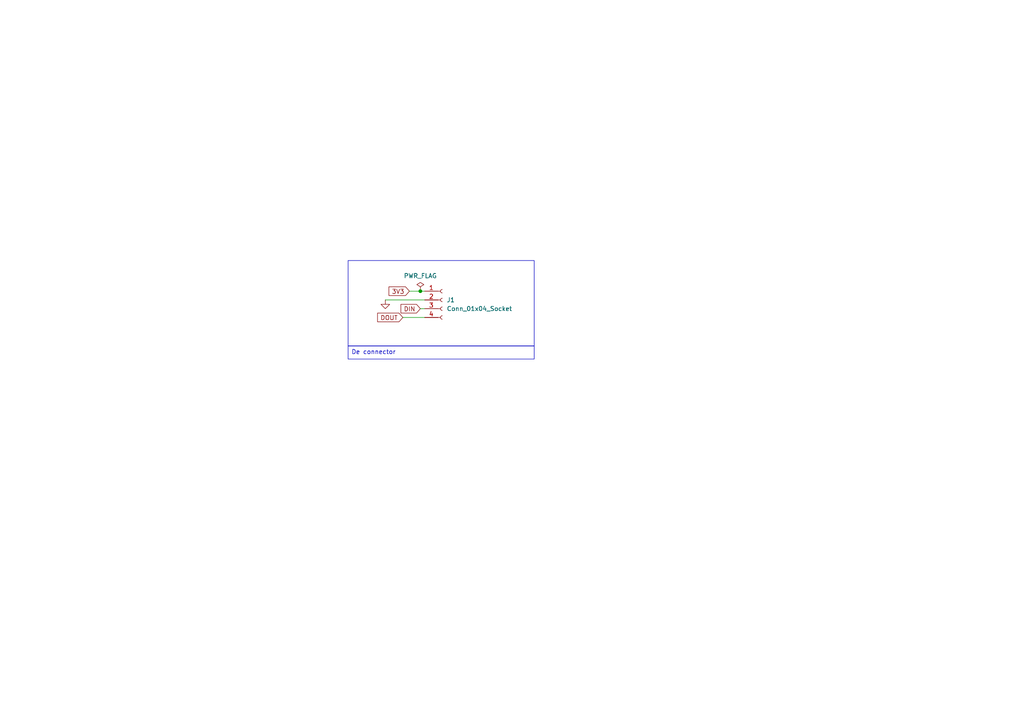
<source format=kicad_sch>
(kicad_sch (version 20230121) (generator eeschema)
  (paper "A4")
  (lib_symbols
    (symbol "Connector:Conn_01x04_Socket" (pin_names (offset 1.016) hide)
      (property "Reference" "J" (at 0 5.08 0))
      (property "Value" "Conn_01x04_Socket" (at 0 -7.62 0))
      (symbol "Conn_01x04_Socket_1_1"
        (arc (start 0 -4.572) (mid -0.5058 -5.08) (end 0 -5.588) (stroke (width 0.1524)))
        (arc (start 0 -2.032) (mid -0.5058 -2.54) (end 0 -3.048) (stroke (width 0.1524)))
        (polyline (pts (xy -1.27 -5.08) (xy -0.508 -5.08)) (stroke (width 0.1524)))
        (polyline (pts (xy -1.27 -2.54) (xy -0.508 -2.54)) (stroke (width 0.1524)))
        (polyline (pts (xy -1.27 0) (xy -0.508 0)) (stroke (width 0.1524)))
        (polyline (pts (xy -1.27 2.54) (xy -0.508 2.54)) (stroke (width 0.1524)))
        (arc (start 0 0.508) (mid -0.5058 0) (end 0 -0.508) (stroke (width 0.1524)))
        (arc (start 0 3.048) (mid -0.5058 2.54) (end 0 2.032) (stroke (width 0.1524)))
        (pin passive line (at -5.08 2.54 0) (length 3.81) (name "Pin_1") (number "1"))
        (pin passive line (at -5.08 0 0) (length 3.81) (name "Pin_2") (number "2"))
        (pin passive line (at -5.08 -2.54 0) (length 3.81) (name "Pin_3") (number "3"))
        (pin passive line (at -5.08 -5.08 0) (length 3.81) (name "Pin_4") (number "4"))
      )
    )
    (symbol "power:GND" (power) (pin_names (offset 0))
      (property "Value" "GND" (at 0 -3.81 0))
      (symbol "GND_0_1"
        (polyline (pts (xy 0 0) (xy 0 -1.27) (xy 1.27 -1.27) (xy 0 -2.54) (xy -1.27 -1.27) (xy 0 -1.27)))
      )
      (symbol "GND_1_1"
        (pin power_in line (at 0 0 270) (length 0) hide (name "GND") (number "1"))
      )
    )
    (symbol "power:PWR_FLAG" (power) (pin_numbers hide) (pin_names (offset 0) hide)
      (property "Value" "PWR_FLAG" (at 0 3.81 0))
      (symbol "PWR_FLAG_0_0"
        (pin power_out line (at 0 0 90) (length 0) (name "pwr") (number "1"))
      )
      (symbol "PWR_FLAG_0_1"
        (polyline (pts (xy 0 0) (xy 0 1.27) (xy -1.016 1.905) (xy 0 2.54) (xy 1.016 1.905) (xy 0 1.27)))
      )
    )
  )
  (junction (at 121.92 84.455))
  (wire (pts (xy 118.745 84.455) (xy 121.92 84.455)))
  (wire (pts (xy 121.92 89.535) (xy 123.19 89.535)))
  (wire (pts (xy 121.92 84.455) (xy 123.19 84.455)))
  (wire (pts (xy 111.76 86.995) (xy 123.19 86.995)))
  (wire (pts (xy 116.84 92.075) (xy 123.19 92.075)))
  (rectangle (start 100.965 75.565) (end 154.94 100.33))
  (text_box "De connector" (at 100.965 100.33 0) (size 53.975 3.81) (effects (font (size 1.27 1.27)) (justify left top)))
  (global_label "3V3" (shape input) (at 118.745 84.455 180) (property "Intersheetrefs" "${INTERSHEET_REFS}" (effects hide)))
  (global_label "DIN" (shape input) (at 121.92 89.535 180) (property "Intersheetrefs" "${INTERSHEET_REFS}" (effects hide)))
  (global_label "DOUT" (shape input) (at 116.84 92.075 180) (property "Intersheetrefs" "${INTERSHEET_REFS}" (effects hide)))
  (symbol (lib_id "power:GND") (at 111.76 86.995 0) (unit 1)
    (property "Reference" "#PWR076" (effects hide))
    (property "Value" "GND" (effects hide))
  )
  (symbol (lib_id "power:PWR_FLAG") (at 121.92 84.455 0) (unit 1)
    (property "Reference" "#FLG01" (effects hide))
    (property "Value" "PWR_FLAG" (at 121.92 80.01 0))
  )
  (symbol (lib_id "Connector:Conn_01x04_Socket") (at 128.27 86.995 0) (unit 1)
    (property "Reference" "J1" (at 129.54 86.995 0) (effects (justify left)))
    (property "Value" "Conn_01x04_Socket" (at 129.54 89.535 0) (effects (justify left)))
    (property "Footprint" "Connector_PinHeader_2.54mm:PinHeader_1x04_P2.54mm_Vertical" (effects hide))
  )
)
</source>
